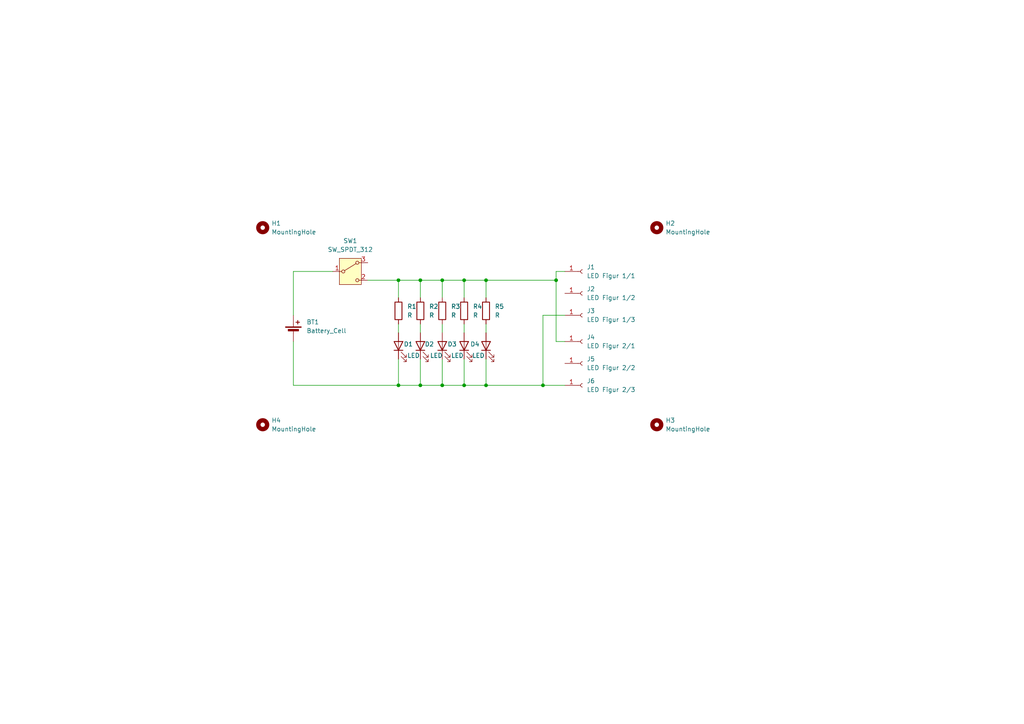
<source format=kicad_sch>
(kicad_sch (version 20231120) (generator "eeschema") (generator_version "8.0")
  (paper "A4")
  (lib_symbols
    (symbol "Connector:Conn_01x01_Socket" (pin_names (offset 1.016) hide)
      (property "Reference" "J" (at 0 2.54 0))
      (property "Value" "Conn_01x01_Socket" (at 0 -2.54 0))
      (symbol "Conn_01x01_Socket_1_1"
        (polyline (pts (xy -1.27 0) (xy -0.508 0)) (stroke (width 0.1524)))
        (arc (start 0 0.508) (mid -0.5058 0) (end 0 -0.508) (stroke (width 0.1524)))
        (pin passive line (at -5.08 0 0) (length 3.81) (name "Pin_1") (number "1"))
      )
    )
    (symbol "Device:Battery_Cell" (pin_numbers hide) (pin_names (offset 0) hide)
      (property "Reference" "BT" (at 2.54 2.54 0))
      (property "Value" "Battery_Cell" (at 2.54 0 0))
      (symbol "Battery_Cell_0_1"
        (rectangle (start -2.286 1.778) (end 2.286 1.524) (fill (type outline)))
        (rectangle (start -1.524 1.016) (end 1.524 0.508) (fill (type outline)))
        (polyline (pts (xy 0 0.762) (xy 0 0)))
        (polyline (pts (xy 0 1.778) (xy 0 2.54)))
        (polyline (pts (xy 0.762 3.048) (xy 1.778 3.048)) (stroke (width 0.254)))
        (polyline (pts (xy 1.27 3.556) (xy 1.27 2.54)) (stroke (width 0.254)))
      )
      (symbol "Battery_Cell_1_1"
        (pin passive line (at 0 5.08 270) (length 2.54) (name "+") (number "1"))
        (pin passive line (at 0 -2.54 90) (length 2.54) (name "-") (number "2"))
      )
    )
    (symbol "Device:LED" (pin_numbers hide) (pin_names (offset 1.016) hide)
      (property "Reference" "D" (at 0 2.54 0))
      (property "Value" "LED" (at 0 -2.54 0))
      (symbol "LED_0_1"
        (polyline (pts (xy -1.27 -1.27) (xy -1.27 1.27)) (stroke (width 0.254)))
        (polyline (pts (xy -1.27 0) (xy 1.27 0)))
        (polyline (pts (xy 1.27 -1.27) (xy 1.27 1.27) (xy -1.27 0) (xy 1.27 -1.27)) (stroke (width 0.254)))
        (polyline (pts (xy -3.048 -0.762) (xy -4.572 -2.286) (xy -3.81 -2.286) (xy -4.572 -2.286) (xy -4.572 -1.524)))
        (polyline (pts (xy -1.778 -0.762) (xy -3.302 -2.286) (xy -2.54 -2.286) (xy -3.302 -2.286) (xy -3.302 -1.524)))
      )
      (symbol "LED_1_1"
        (pin passive line (at -3.81 0 0) (length 2.54) (name "K") (number "1"))
        (pin passive line (at 3.81 0 180) (length 2.54) (name "A") (number "2"))
      )
    )
    (symbol "Device:R" (pin_numbers hide) (pin_names (offset 0))
      (property "Reference" "R" (at 2.032 0 90))
      (property "Value" "R" (at 0 0 90))
      (symbol "R_0_1"
        (rectangle (start -1.016 -2.54) (end 1.016 2.54) (stroke (width 0.254)))
      )
      (symbol "R_1_1"
        (pin passive line (at 0 3.81 270) (length 1.27) (name "~") (number "1"))
        (pin passive line (at 0 -3.81 90) (length 1.27) (name "~") (number "2"))
      )
    )
    (symbol "Mechanical:MountingHole" (pin_names (offset 1.016)) (exclude_from_sim yes) (in_bom no)
      (property "Reference" "H" (at 0 5.08 0))
      (property "Value" "MountingHole" (at 0 3.175 0))
      (symbol "MountingHole_0_1"
        (circle (center 0 0) (radius 1.27) (stroke (width 1.27)))
      )
    )
    (symbol "Switch:SW_SPDT_312" (pin_names (offset 1) hide)
      (property "Reference" "SW" (at 0 5.08 0))
      (property "Value" "SW_SPDT_312" (at 0 -5.08 0))
      (symbol "SW_SPDT_312_0_1"
        (circle (center -2.032 0) (radius 0.4572))
        (polyline (pts (xy -1.651 0.254) (xy 1.651 2.286)))
        (circle (center 2.032 -2.54) (radius 0.4572))
        (circle (center 2.032 2.54) (radius 0.4572))
      )
      (symbol "SW_SPDT_312_1_1"
        (rectangle (start -3.175 3.81) (end 3.175 -3.81) (fill (type background)))
        (pin passive line (at -5.08 0 0) (length 2.54) (name "B") (number "1"))
        (pin passive line (at 5.08 -2.54 180) (length 2.54) (name "C") (number "2"))
        (pin passive line (at 5.08 2.54 180) (length 2.54) (name "A") (number "3"))
      )
    )
  )
  (junction (at 115.57 111.76))
  (junction (at 161.29 81.28))
  (junction (at 140.97 81.28))
  (junction (at 128.27 81.28))
  (junction (at 115.57 81.28))
  (junction (at 121.92 111.76))
  (junction (at 140.97 111.76))
  (junction (at 134.62 111.76))
  (junction (at 128.27 111.76))
  (junction (at 121.92 81.28))
  (junction (at 134.62 81.28))
  (junction (at 157.48 111.76))
  (wire (pts (xy 115.57 111.76) (xy 121.92 111.76)))
  (wire (pts (xy 128.27 81.28) (xy 134.62 81.28)))
  (wire (pts (xy 115.57 96.52) (xy 115.57 93.98)))
  (wire (pts (xy 134.62 96.52) (xy 134.62 93.98)))
  (wire (pts (xy 134.62 104.14) (xy 134.62 111.76)))
  (wire (pts (xy 157.48 111.76) (xy 163.83 111.76)))
  (wire (pts (xy 128.27 104.14) (xy 128.27 111.76)))
  (wire (pts (xy 161.29 99.06) (xy 161.29 81.28)))
  (wire (pts (xy 161.29 81.28) (xy 161.29 78.74)))
  (wire (pts (xy 121.92 104.14) (xy 121.92 111.76)))
  (wire (pts (xy 134.62 86.36) (xy 134.62 81.28)))
  (wire (pts (xy 140.97 86.36) (xy 140.97 81.28)))
  (wire (pts (xy 157.48 91.44) (xy 157.48 111.76)))
  (wire (pts (xy 85.09 91.44) (xy 85.09 78.74)))
  (wire (pts (xy 121.92 96.52) (xy 121.92 93.98)))
  (wire (pts (xy 106.68 81.28) (xy 115.57 81.28)))
  (wire (pts (xy 121.92 81.28) (xy 128.27 81.28)))
  (wire (pts (xy 161.29 78.74) (xy 163.83 78.74)))
  (wire (pts (xy 134.62 81.28) (xy 140.97 81.28)))
  (wire (pts (xy 140.97 96.52) (xy 140.97 93.98)))
  (wire (pts (xy 140.97 104.14) (xy 140.97 111.76)))
  (wire (pts (xy 85.09 78.74) (xy 96.52 78.74)))
  (wire (pts (xy 128.27 86.36) (xy 128.27 81.28)))
  (wire (pts (xy 121.92 111.76) (xy 128.27 111.76)))
  (wire (pts (xy 115.57 86.36) (xy 115.57 81.28)))
  (wire (pts (xy 115.57 104.14) (xy 115.57 111.76)))
  (wire (pts (xy 140.97 81.28) (xy 161.29 81.28)))
  (wire (pts (xy 115.57 81.28) (xy 121.92 81.28)))
  (wire (pts (xy 85.09 99.06) (xy 85.09 111.76)))
  (wire (pts (xy 163.83 99.06) (xy 161.29 99.06)))
  (wire (pts (xy 163.83 91.44) (xy 157.48 91.44)))
  (wire (pts (xy 85.09 111.76) (xy 115.57 111.76)))
  (wire (pts (xy 128.27 111.76) (xy 134.62 111.76)))
  (wire (pts (xy 140.97 111.76) (xy 157.48 111.76)))
  (wire (pts (xy 121.92 86.36) (xy 121.92 81.28)))
  (wire (pts (xy 134.62 111.76) (xy 140.97 111.76)))
  (wire (pts (xy 128.27 96.52) (xy 128.27 93.98)))
  (symbol (lib_id "Device:LED") (at 140.97 100.33 90) (unit 1)
    (property "Reference" "D5" (effects (hide yes)))
    (property "Value" "LED" (effects (hide yes)))
    (property "Footprint" "LED_THT:LED_D5.0mm" (effects (hide yes)))
    (property "Description" "Light emitting diode" (effects (hide yes)))
  )
  (symbol (lib_id "Connector:Conn_01x01_Socket") (at 168.91 99.06 0) (unit 1)
    (property "Reference" "J4" (at 170.18 97.7899 0) (effects (justify left)))
    (property "Value" "LED Figur 2/1" (at 170.18 100.3299 0) (effects (justify left)))
    (property "Footprint" "Connector_PinHeader_2.54mm:PinHeader_1x01_P2.54mm_Vertical" (effects (hide yes)))
    (property "Description" "Generic connector, single row, 01x01, script generated" (effects (hide yes)))
  )
  (symbol (lib_id "Device:R") (at 140.97 90.17 0) (unit 1)
    (property "Reference" "R5" (at 143.51 88.8999 0) (effects (justify left)))
    (property "Value" "R" (at 143.51 91.4399 0) (effects (justify left)))
    (property "Footprint" "Resistor_THT:R_Axial_DIN0207_L6.3mm_D2.5mm_P10.16mm_Horizontal" (effects (hide yes)))
    (property "Description" "Resistor" (effects (hide yes)))
  )
  (symbol (lib_id "Switch:SW_SPDT_312") (at 101.6 78.74 0) (unit 1)
    (property "Reference" "SW1" (at 101.6 69.85 0))
    (property "Value" "SW_SPDT_312" (at 101.6 72.39 0))
    (property "Footprint" "Button_Switch_THT:SW_Slide-03_Wuerth-WS-SLTV_10x2.5x6.4_P2.54mm" (effects (hide yes)))
    (property "Description" "Switch, single pole double throw" (effects (hide yes)))
  )
  (symbol (lib_id "Connector:Conn_01x01_Socket") (at 168.91 91.44 0) (unit 1)
    (property "Reference" "J3" (at 170.18 90.1699 0) (effects (justify left)))
    (property "Value" "LED Figur 1/3" (at 170.18 92.7099 0) (effects (justify left)))
    (property "Footprint" "Connector_PinHeader_2.54mm:PinHeader_1x01_P2.54mm_Vertical" (effects (hide yes)))
    (property "Description" "Generic connector, single row, 01x01, script generated" (effects (hide yes)))
  )
  (symbol (lib_id "Connector:Conn_01x01_Socket") (at 168.91 85.09 0) (unit 1)
    (property "Reference" "J2" (at 170.18 83.8199 0) (effects (justify left)))
    (property "Value" "LED Figur 1/2" (at 170.18 86.3599 0) (effects (justify left)))
    (property "Footprint" "Connector_PinHeader_2.54mm:PinHeader_1x01_P2.54mm_Vertical" (effects (hide yes)))
    (property "Description" "Generic connector, single row, 01x01, script generated" (effects (hide yes)))
  )
  (symbol (lib_id "Device:Battery_Cell") (at 85.09 96.52 0) (unit 1)
    (property "Reference" "BT1" (at 88.9 93.4084 0) (effects (justify left)))
    (property "Value" "Battery_Cell" (at 88.9 95.9484 0) (effects (justify left)))
    (property "Footprint" "HTL_Saalfelden_Bernsteiner:Varta CR2032" (effects (hide yes)))
    (property "Description" "Single-cell battery" (effects (hide yes)))
  )
  (symbol (lib_id "Device:R") (at 134.62 90.17 0) (unit 1)
    (property "Reference" "R4" (at 137.16 88.8999 0) (effects (justify left)))
    (property "Value" "R" (at 137.16 91.4399 0) (effects (justify left)))
    (property "Footprint" "Resistor_THT:R_Axial_DIN0207_L6.3mm_D2.5mm_P10.16mm_Horizontal" (effects (hide yes)))
    (property "Description" "Resistor" (effects (hide yes)))
  )
  (symbol (lib_id "Device:LED") (at 134.62 100.33 90) (unit 1)
    (property "Reference" "D4" (at 136.398 99.822 90) (effects (justify right)))
    (property "Value" "LED" (at 136.906 103.124 90) (effects (justify right)))
    (property "Footprint" "LED_THT:LED_D5.0mm" (effects (hide yes)))
    (property "Description" "Light emitting diode" (effects (hide yes)))
  )
  (symbol (lib_id "Connector:Conn_01x01_Socket") (at 168.91 78.74 0) (unit 1)
    (property "Reference" "J1" (at 170.18 77.4699 0) (effects (justify left)))
    (property "Value" "LED Figur 1/1" (at 170.18 80.0099 0) (effects (justify left)))
    (property "Footprint" "Connector_PinHeader_2.54mm:PinHeader_1x01_P2.54mm_Vertical" (effects (hide yes)))
    (property "Description" "Generic connector, single row, 01x01, script generated" (effects (hide yes)))
  )
  (symbol (lib_id "Device:R") (at 121.92 90.17 0) (unit 1)
    (property "Reference" "R2" (at 124.46 88.8999 0) (effects (justify left)))
    (property "Value" "R" (at 124.46 91.4399 0) (effects (justify left)))
    (property "Footprint" "Resistor_THT:R_Axial_DIN0207_L6.3mm_D2.5mm_P10.16mm_Horizontal" (effects (hide yes)))
    (property "Description" "Resistor" (effects (hide yes)))
  )
  (symbol (lib_id "Mechanical:MountingHole") (at 76.2 66.04 0) (unit 1) (exclude_from_sim yes) (in_bom no)
    (property "Reference" "H1" (at 78.74 64.7699 0) (effects (justify left)))
    (property "Value" "MountingHole" (at 78.74 67.3099 0) (effects (justify left)))
    (property "Footprint" "MountingHole:MountingHole_2.1mm" (effects (hide yes)))
    (property "Description" "Mounting Hole without connection" (effects (hide yes)))
  )
  (symbol (lib_id "Device:R") (at 128.27 90.17 0) (unit 1)
    (property "Reference" "R3" (at 130.81 88.8999 0) (effects (justify left)))
    (property "Value" "R" (at 130.81 91.4399 0) (effects (justify left)))
    (property "Footprint" "Resistor_THT:R_Axial_DIN0207_L6.3mm_D2.5mm_P10.16mm_Horizontal" (effects (hide yes)))
    (property "Description" "Resistor" (effects (hide yes)))
  )
  (symbol (lib_id "Connector:Conn_01x01_Socket") (at 168.91 111.76 0) (unit 1)
    (property "Reference" "J6" (at 170.18 110.4899 0) (effects (justify left)))
    (property "Value" "LED Figur 2/3" (at 170.18 113.0299 0) (effects (justify left)))
    (property "Footprint" "Connector_PinHeader_2.54mm:PinHeader_1x01_P2.54mm_Vertical" (effects (hide yes)))
    (property "Description" "Generic connector, single row, 01x01, script generated" (effects (hide yes)))
  )
  (symbol (lib_id "Connector:Conn_01x01_Socket") (at 168.91 105.41 0) (unit 1)
    (property "Reference" "J5" (at 170.18 104.1399 0) (effects (justify left)))
    (property "Value" "LED Figur 2/2" (at 170.18 106.6799 0) (effects (justify left)))
    (property "Footprint" "Connector_PinHeader_2.54mm:PinHeader_1x01_P2.54mm_Vertical" (effects (hide yes)))
    (property "Description" "Generic connector, single row, 01x01, script generated" (effects (hide yes)))
  )
  (symbol (lib_id "Mechanical:MountingHole") (at 76.2 123.19 0) (unit 1) (exclude_from_sim yes) (in_bom no)
    (property "Reference" "H4" (at 78.74 121.9199 0) (effects (justify left)))
    (property "Value" "MountingHole" (at 78.74 124.4599 0) (effects (justify left)))
    (property "Footprint" "MountingHole:MountingHole_2.1mm" (effects (hide yes)))
    (property "Description" "Mounting Hole without connection" (effects (hide yes)))
  )
  (symbol (lib_id "Device:LED") (at 115.57 100.33 90) (unit 1)
    (property "Reference" "D1" (at 117.094 99.822 90) (effects (justify right)))
    (property "Value" "LED" (at 118.11 103.124 90) (effects (justify right)))
    (property "Footprint" "LED_THT:LED_D5.0mm" (effects (hide yes)))
    (property "Description" "Light emitting diode" (effects (hide yes)))
  )
  (symbol (lib_id "Device:LED") (at 128.27 100.33 90) (unit 1)
    (property "Reference" "D3" (at 129.794 99.822 90) (effects (justify right)))
    (property "Value" "LED" (at 130.81 103.124 90) (effects (justify right)))
    (property "Footprint" "LED_THT:LED_D5.0mm" (effects (hide yes)))
    (property "Description" "Light emitting diode" (effects (hide yes)))
  )
  (symbol (lib_id "Mechanical:MountingHole") (at 190.5 66.04 0) (unit 1) (exclude_from_sim yes) (in_bom no)
    (property "Reference" "H2" (at 193.04 64.7699 0) (effects (justify left)))
    (property "Value" "MountingHole" (at 193.04 67.3099 0) (effects (justify left)))
    (property "Footprint" "MountingHole:MountingHole_2.1mm" (effects (hide yes)))
    (property "Description" "Mounting Hole without connection" (effects (hide yes)))
  )
  (symbol (lib_id "Mechanical:MountingHole") (at 190.5 123.19 0) (unit 1) (exclude_from_sim yes) (in_bom no)
    (property "Reference" "H3" (at 193.04 121.9199 0) (effects (justify left)))
    (property "Value" "MountingHole" (at 193.04 124.4599 0) (effects (justify left)))
    (property "Footprint" "MountingHole:MountingHole_2.1mm" (effects (hide yes)))
    (property "Description" "Mounting Hole without connection" (effects (hide yes)))
  )
  (symbol (lib_id "Device:LED") (at 121.92 100.33 90) (unit 1)
    (property "Reference" "D2" (at 123.19 99.822 90) (effects (justify right)))
    (property "Value" "LED" (at 124.714 103.124 90) (effects (justify right)))
    (property "Footprint" "LED_THT:LED_D5.0mm" (effects (hide yes)))
    (property "Description" "Light emitting diode" (effects (hide yes)))
  )
  (symbol (lib_id "Device:R") (at 115.57 90.17 0) (unit 1)
    (property "Reference" "R1" (at 118.11 88.8999 0) (effects (justify left)))
    (property "Value" "R" (at 118.11 91.4399 0) (effects (justify left)))
    (property "Footprint" "Resistor_THT:R_Axial_DIN0207_L6.3mm_D2.5mm_P10.16mm_Horizontal" (effects (hide yes)))
    (property "Description" "Resistor" (effects (hide yes)))
  )
)
</source>
